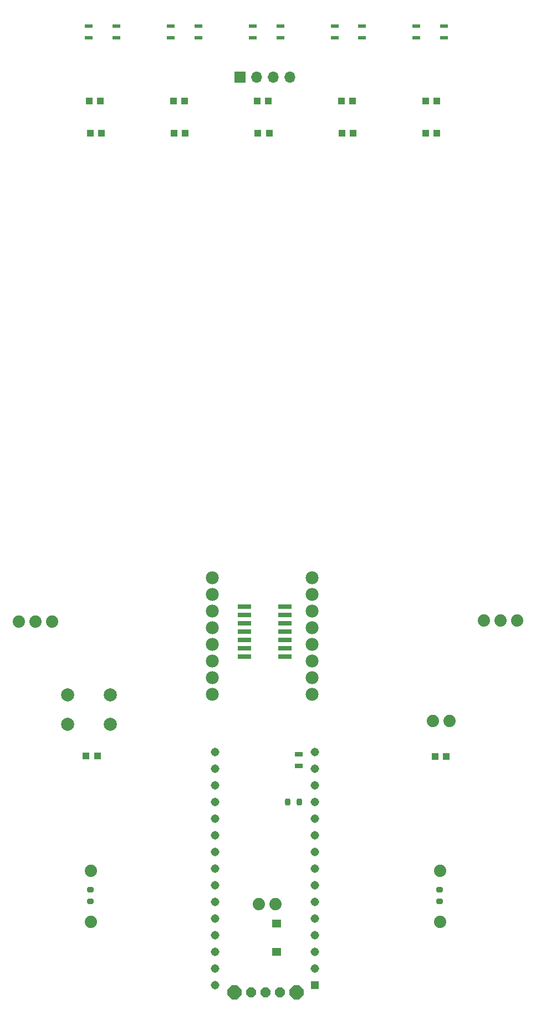
<source format=gbr>
%TF.GenerationSoftware,KiCad,Pcbnew,7.0.7*%
%TF.CreationDate,2024-02-07T22:59:59+08:00*%
%TF.ProjectId,lekirbotv2,6c656b69-7262-46f7-9476-322e6b696361,rev?*%
%TF.SameCoordinates,Original*%
%TF.FileFunction,Copper,L2,Bot*%
%TF.FilePolarity,Positive*%
%FSLAX46Y46*%
G04 Gerber Fmt 4.6, Leading zero omitted, Abs format (unit mm)*
G04 Created by KiCad (PCBNEW 7.0.7) date 2024-02-07 22:59:59*
%MOMM*%
%LPD*%
G01*
G04 APERTURE LIST*
G04 Aperture macros list*
%AMRoundRect*
0 Rectangle with rounded corners*
0 $1 Rounding radius*
0 $2 $3 $4 $5 $6 $7 $8 $9 X,Y pos of 4 corners*
0 Add a 4 corners polygon primitive as box body*
4,1,4,$2,$3,$4,$5,$6,$7,$8,$9,$2,$3,0*
0 Add four circle primitives for the rounded corners*
1,1,$1+$1,$2,$3*
1,1,$1+$1,$4,$5*
1,1,$1+$1,$6,$7*
1,1,$1+$1,$8,$9*
0 Add four rect primitives between the rounded corners*
20,1,$1+$1,$2,$3,$4,$5,0*
20,1,$1+$1,$4,$5,$6,$7,0*
20,1,$1+$1,$6,$7,$8,$9,0*
20,1,$1+$1,$8,$9,$2,$3,0*%
%AMOutline5P*
0 Free polygon, 5 corners , with rotation*
0 The origin of the aperture is its center*
0 number of corners: always 5*
0 $1 to $10 corner X, Y*
0 $11 Rotation angle, in degrees counterclockwise*
0 create outline with 5 corners*
4,1,5,$1,$2,$3,$4,$5,$6,$7,$8,$9,$10,$1,$2,$11*%
%AMOutline6P*
0 Free polygon, 6 corners , with rotation*
0 The origin of the aperture is its center*
0 number of corners: always 6*
0 $1 to $12 corner X, Y*
0 $13 Rotation angle, in degrees counterclockwise*
0 create outline with 6 corners*
4,1,6,$1,$2,$3,$4,$5,$6,$7,$8,$9,$10,$11,$12,$1,$2,$13*%
%AMOutline7P*
0 Free polygon, 7 corners , with rotation*
0 The origin of the aperture is its center*
0 number of corners: always 7*
0 $1 to $14 corner X, Y*
0 $15 Rotation angle, in degrees counterclockwise*
0 create outline with 7 corners*
4,1,7,$1,$2,$3,$4,$5,$6,$7,$8,$9,$10,$11,$12,$13,$14,$1,$2,$15*%
%AMOutline8P*
0 Free polygon, 8 corners , with rotation*
0 The origin of the aperture is its center*
0 number of corners: always 8*
0 $1 to $16 corner X, Y*
0 $17 Rotation angle, in degrees counterclockwise*
0 create outline with 8 corners*
4,1,8,$1,$2,$3,$4,$5,$6,$7,$8,$9,$10,$11,$12,$13,$14,$15,$16,$1,$2,$17*%
G04 Aperture macros list end*
%TA.AperFunction,ComponentPad*%
%ADD10C,1.980000*%
%TD*%
%TA.AperFunction,ComponentPad*%
%ADD11O,1.700000X1.700000*%
%TD*%
%TA.AperFunction,ComponentPad*%
%ADD12R,1.700000X1.700000*%
%TD*%
%TA.AperFunction,ComponentPad*%
%ADD13C,1.879600*%
%TD*%
%TA.AperFunction,ComponentPad*%
%ADD14C,2.000000*%
%TD*%
%TA.AperFunction,ComponentPad*%
%ADD15R,1.308000X1.308000*%
%TD*%
%TA.AperFunction,ComponentPad*%
%ADD16C,1.308000*%
%TD*%
%TA.AperFunction,ComponentPad*%
%ADD17Outline8P,-0.762000X0.315631X-0.315631X0.762000X0.315631X0.762000X0.762000X0.315631X0.762000X-0.315631X0.315631X-0.762000X-0.315631X-0.762000X-0.762000X-0.315631X90.000000*%
%TD*%
%TA.AperFunction,ComponentPad*%
%ADD18Outline8P,-1.066800X0.441883X-0.441883X1.066800X0.441883X1.066800X1.066800X0.441883X1.066800X-0.441883X0.441883X-1.066800X-0.441883X-1.066800X-1.066800X-0.441883X90.000000*%
%TD*%
%TA.AperFunction,SMDPad,CuDef*%
%ADD19R,1.219200X0.533400*%
%TD*%
%TA.AperFunction,SMDPad,CuDef*%
%ADD20R,1.470000X1.270000*%
%TD*%
%TA.AperFunction,SMDPad,CuDef*%
%ADD21R,1.100000X1.000000*%
%TD*%
%TA.AperFunction,SMDPad,CuDef*%
%ADD22R,1.200000X0.800000*%
%TD*%
%TA.AperFunction,SMDPad,CuDef*%
%ADD23RoundRect,0.359360X-0.190640X-0.089840X0.190640X-0.089840X0.190640X0.089840X-0.190640X0.089840X0*%
%TD*%
%TA.AperFunction,SMDPad,CuDef*%
%ADD24RoundRect,0.359360X-0.089840X0.190640X-0.089840X-0.190640X0.089840X-0.190640X0.089840X0.190640X0*%
%TD*%
%TA.AperFunction,SMDPad,CuDef*%
%ADD25R,2.032000X0.660400*%
%TD*%
G04 APERTURE END LIST*
D10*
%TO.P,U1,9,GND*%
%TO.N,GND*%
X99670000Y-140665000D03*
%TO.P,U1,10,PWMB*%
%TO.N,/IO5*%
X99670000Y-138125000D03*
%TO.P,U1,11,BI2*%
%TO.N,Net-(IC3C-O)*%
X99670000Y-135585000D03*
%TO.P,U1,12,BI1*%
%TO.N,/IO3*%
X99670000Y-133045000D03*
%TO.P,U1,13,STBY*%
%TO.N,+5V*%
X99670000Y-130505000D03*
%TO.P,U1,14,AI1*%
%TO.N,/IO2*%
X99670000Y-127965000D03*
%TO.P,U1,15,AI2*%
%TO.N,Net-(IC3A-O)*%
X99670000Y-125425000D03*
%TO.P,U1,16,PWMA*%
%TO.N,/IO6*%
X99670000Y-122885000D03*
%TO.P,U1,1,VM*%
%TO.N,/VIN*%
X84430000Y-122885000D03*
%TO.P,U1,2,VCC*%
%TO.N,+5V*%
X84430000Y-125425000D03*
%TO.P,U1,3,GND*%
%TO.N,GND*%
X84430000Y-127965000D03*
%TO.P,U1,4,A01*%
%TO.N,/A01*%
X84430000Y-130505000D03*
%TO.P,U1,5,A02*%
%TO.N,/A02*%
X84430000Y-133045000D03*
%TO.P,U1,6,B02*%
%TO.N,/B02*%
X84430000Y-135585000D03*
%TO.P,U1,7,B01*%
%TO.N,/B01*%
X84430000Y-138125000D03*
%TO.P,U1,8,GND*%
%TO.N,GND*%
X84430000Y-140665000D03*
%TD*%
D11*
%TO.P,J3,4,Pin_4*%
%TO.N,+5V*%
X96266400Y-46557000D03*
%TO.P,J3,3,Pin_3*%
%TO.N,/AD4*%
X93726400Y-46557000D03*
%TO.P,J3,2,Pin_2*%
%TO.N,/AD5*%
X91186400Y-46557000D03*
D12*
%TO.P,J3,1,Pin_1*%
%TO.N,GND*%
X88646400Y-46557000D03*
%TD*%
D13*
%TO.P,J1,1,1*%
%TO.N,GND*%
X131013600Y-129455251D03*
%TO.P,J1,2,2*%
%TO.N,+5V*%
X128473600Y-129455251D03*
%TO.P,J1,3,3*%
%TO.N,/IO9*%
X125933600Y-129455251D03*
%TD*%
%TO.P,M1A0,1,1*%
%TO.N,/A01*%
X65938400Y-167664551D03*
%TD*%
%TO.P,J2,1,1*%
%TO.N,GND*%
X59995200Y-129633051D03*
%TO.P,J2,2,2*%
%TO.N,+5V*%
X57455200Y-129633051D03*
%TO.P,J2,3,3*%
%TO.N,/IO10*%
X54915200Y-129633051D03*
%TD*%
D14*
%TO.P,SW1,1,1*%
%TO.N,GND*%
X62334400Y-140804851D03*
X68834400Y-140804851D03*
%TO.P,SW1,2,2*%
%TO.N,/IO8*%
X62334400Y-145304851D03*
X68834400Y-145304851D03*
%TD*%
D13*
%TO.P,LDR0,1,1*%
%TO.N,/AD7*%
X118110400Y-144796851D03*
%TO.P,LDR0,2,2*%
%TO.N,+5V*%
X120650400Y-144796851D03*
%TD*%
%TO.P,BATT0,1,1*%
%TO.N,Net-(BATT0-Pad1)*%
X94107400Y-172736851D03*
%TO.P,BATT0,2,2*%
%TO.N,GND*%
X91567400Y-172736851D03*
%TD*%
D15*
%TO.P,ARDUINO_NANO1,1,SCK/D13*%
%TO.N,/IO13*%
X100076400Y-185106851D03*
D16*
%TO.P,ARDUINO_NANO1,2,3V3*%
%TO.N,/+3V3*%
X100076400Y-182566851D03*
%TO.P,ARDUINO_NANO1,3,AREF*%
%TO.N,+5V*%
X100076400Y-180026851D03*
%TO.P,ARDUINO_NANO1,4,ADC0/A0*%
%TO.N,/AD0*%
X100076400Y-177486851D03*
%TO.P,ARDUINO_NANO1,5,ADC1/A1*%
%TO.N,/AD1*%
X100076400Y-174946851D03*
%TO.P,ARDUINO_NANO1,6,ADC2/A2*%
%TO.N,/AD2*%
X100076400Y-172406851D03*
%TO.P,ARDUINO_NANO1,7,ADC3/A3*%
%TO.N,/AD3*%
X100076400Y-169866851D03*
%TO.P,ARDUINO_NANO1,8,ADC4/SDA/A4*%
%TO.N,/AD4*%
X100076400Y-167326851D03*
%TO.P,ARDUINO_NANO1,9,ADC5/SCL/A5*%
%TO.N,/AD5*%
X100076400Y-164786851D03*
%TO.P,ARDUINO_NANO1,10,ADC6/A6*%
%TO.N,/AD6*%
X100076400Y-162246851D03*
%TO.P,ARDUINO_NANO1,11,ADC7/A7*%
%TO.N,/AD7*%
X100076400Y-159706851D03*
%TO.P,ARDUINO_NANO1,12,5V*%
%TO.N,+5V*%
X100076400Y-157166851D03*
%TO.P,ARDUINO_NANO1,13,~{RESET@2}*%
%TO.N,/RESET*%
X100076400Y-154626851D03*
%TO.P,ARDUINO_NANO1,14,GND@2*%
%TO.N,GND*%
X100076400Y-152086851D03*
%TO.P,ARDUINO_NANO1,15,VIN*%
%TO.N,/VIN*%
X100076400Y-149546851D03*
%TO.P,ARDUINO_NANO1,16,D1/TX*%
%TO.N,/IO0*%
X84836400Y-149546851D03*
%TO.P,ARDUINO_NANO1,17,D0/RX*%
%TO.N,/IO1*%
X84836400Y-152086851D03*
%TO.P,ARDUINO_NANO1,18,~{RESET@1}*%
%TO.N,unconnected-(ARDUINO_NANO1-~{RESET@1}-Pad18)*%
X84836400Y-154626851D03*
%TO.P,ARDUINO_NANO1,19,GND@1*%
%TO.N,GND*%
X84836400Y-157166851D03*
%TO.P,ARDUINO_NANO1,20,D2/INT0*%
%TO.N,/IO2*%
X84836400Y-159706851D03*
%TO.P,ARDUINO_NANO1,21,D3/INT1*%
%TO.N,/IO3*%
X84836400Y-162246851D03*
%TO.P,ARDUINO_NANO1,22,D4/T0*%
%TO.N,/IO4*%
X84836400Y-164786851D03*
%TO.P,ARDUINO_NANO1,23,D5/T1*%
%TO.N,/IO5*%
X84836400Y-167326851D03*
%TO.P,ARDUINO_NANO1,24,D6/AIN0*%
%TO.N,/IO6*%
X84836400Y-169866851D03*
%TO.P,ARDUINO_NANO1,25,D7/AIN1*%
%TO.N,/IO7*%
X84836400Y-172406851D03*
%TO.P,ARDUINO_NANO1,26,D8/CLK0*%
%TO.N,/IO8*%
X84836400Y-174946851D03*
%TO.P,ARDUINO_NANO1,27,D9/OC1A*%
%TO.N,/IO9*%
X84836400Y-177486851D03*
%TO.P,ARDUINO_NANO1,28,D10/OC1B/~{SS}*%
%TO.N,/IO10*%
X84836400Y-180026851D03*
%TO.P,ARDUINO_NANO1,29,D11/MOSI*%
%TO.N,/IO11*%
X84836400Y-182566851D03*
%TO.P,ARDUINO_NANO1,30,D12/MISO*%
%TO.N,/IO12*%
X84836400Y-185106851D03*
%TD*%
D17*
%TO.P,S2X0,1,1*%
%TO.N,/VIN*%
X90360900Y-186198851D03*
%TO.P,S2X0,2,2*%
%TO.N,Net-(D7-PadC)*%
X92583400Y-186198851D03*
%TO.P,S2X0,3,3*%
%TO.N,unconnected-(S2X0-Pad3)*%
X94805900Y-186198851D03*
D18*
%TO.P,S2X0,G1*%
%TO.N,N/C*%
X87833400Y-186211351D03*
%TO.P,S2X0,G2*%
X97333400Y-186186351D03*
%TD*%
D13*
%TO.P,M1B0,1,1*%
%TO.N,/A02*%
X65938400Y-175411551D03*
%TD*%
%TO.P,M2A0,1,1*%
%TO.N,/B01*%
X119278400Y-167664551D03*
%TD*%
%TO.P,M2B0,1,1*%
%TO.N,/B02*%
X119278400Y-175411551D03*
%TD*%
D19*
%TO.P,U2,4,E*%
%TO.N,GND*%
X69799600Y-38733800D03*
%TO.P,U2,3,C*%
%TO.N,/AD0*%
X65583200Y-38733800D03*
%TO.P,U2,2,K*%
%TO.N,GND*%
X65583200Y-40511800D03*
%TO.P,U2,1,A*%
%TO.N,Net-(U2-A)*%
X69799600Y-40511800D03*
%TD*%
%TO.P,U6,4,E*%
%TO.N,GND*%
X94831300Y-38733800D03*
%TO.P,U6,3,C*%
%TO.N,/AD2*%
X90614900Y-38733800D03*
%TO.P,U6,2,K*%
%TO.N,GND*%
X90614900Y-40511800D03*
%TO.P,U6,1,A*%
%TO.N,Net-(U6-A)*%
X94831300Y-40511800D03*
%TD*%
%TO.P,U8,4,E*%
%TO.N,GND*%
X119863000Y-38733800D03*
%TO.P,U8,3,C*%
%TO.N,/AD6*%
X115646600Y-38733800D03*
%TO.P,U8,2,K*%
%TO.N,GND*%
X115646600Y-40511800D03*
%TO.P,U8,1,A*%
%TO.N,Net-(U8-A)*%
X119863000Y-40511800D03*
%TD*%
D20*
%TO.P,D7,A,A*%
%TO.N,Net-(BATT0-Pad1)*%
X94234400Y-175675051D03*
%TO.P,D7,C,C*%
%TO.N,Net-(D7-PadC)*%
X94234400Y-179975051D03*
%TD*%
D21*
%TO.P,R17,1,1*%
%TO.N,/IO8*%
X66890400Y-150130851D03*
%TO.P,R17,2,2*%
%TO.N,+5V*%
X65190400Y-150130851D03*
%TD*%
%TO.P,R12,2,2*%
%TO.N,/AD1*%
X78498000Y-50239800D03*
%TO.P,R12,1,1*%
%TO.N,+5V*%
X80198000Y-50239800D03*
%TD*%
D22*
%TO.P,C2,1,1*%
%TO.N,/VIN*%
X97663400Y-149865851D03*
%TO.P,C2,2,2*%
%TO.N,GND*%
X97663400Y-151665851D03*
%TD*%
D23*
%TO.P,C6,1,1*%
%TO.N,/A02*%
X65862200Y-172261951D03*
%TO.P,C6,2,2*%
%TO.N,/A01*%
X65862200Y-170483951D03*
%TD*%
D21*
%TO.P,R16,1,1*%
%TO.N,GND*%
X120205000Y-150190000D03*
%TO.P,R16,2,2*%
%TO.N,/AD7*%
X118505000Y-150190000D03*
%TD*%
%TO.P,R13,2,2*%
%TO.N,+5V*%
X80341100Y-55091200D03*
%TO.P,R13,1,1*%
%TO.N,Net-(U5-A)*%
X78641100Y-55091200D03*
%TD*%
D24*
%TO.P,C1,1,1*%
%TO.N,GND*%
X95936200Y-157090451D03*
%TO.P,C1,2,2*%
%TO.N,+5V*%
X97714200Y-157090451D03*
%TD*%
D19*
%TO.P,U7,4,E*%
%TO.N,GND*%
X107347200Y-38733800D03*
%TO.P,U7,3,C*%
%TO.N,/AD3*%
X103130800Y-38733800D03*
%TO.P,U7,2,K*%
%TO.N,GND*%
X103130800Y-40511800D03*
%TO.P,U7,1,A*%
%TO.N,Net-(U7-A)*%
X107347200Y-40511800D03*
%TD*%
D21*
%TO.P,R11,2,2*%
%TO.N,+5V*%
X93136000Y-55091200D03*
%TO.P,R11,1,1*%
%TO.N,Net-(U6-A)*%
X91436000Y-55091200D03*
%TD*%
D25*
%TO.P,IC3,1,I*%
%TO.N,/IO2*%
X95529800Y-127330000D03*
%TO.P,IC3,2,O*%
%TO.N,Net-(IC3A-O)*%
X95529800Y-128600000D03*
%TO.P,IC3,3,I*%
%TO.N,unconnected-(IC3B-I-Pad3)*%
X95529800Y-129870000D03*
%TO.P,IC3,4,O*%
%TO.N,unconnected-(IC3B-O-Pad4)*%
X95529800Y-131140000D03*
%TO.P,IC3,5,I*%
%TO.N,/IO3*%
X95529800Y-132410000D03*
%TO.P,IC3,6,O*%
%TO.N,Net-(IC3C-O)*%
X95529800Y-133680000D03*
%TO.P,IC3,7,GND*%
%TO.N,GND*%
X95529800Y-134950000D03*
%TO.P,IC3,8,O*%
%TO.N,unconnected-(IC3D-O-Pad8)*%
X89383000Y-134950000D03*
%TO.P,IC3,9,I*%
%TO.N,unconnected-(IC3D-I-Pad9)*%
X89383000Y-133680000D03*
%TO.P,IC3,10,O*%
%TO.N,unconnected-(IC3E-O-Pad10)*%
X89383000Y-132410000D03*
%TO.P,IC3,11,I*%
%TO.N,unconnected-(IC3E-I-Pad11)*%
X89383000Y-131140000D03*
%TO.P,IC3,12,O*%
%TO.N,unconnected-(IC3F-O-Pad12)*%
X89383000Y-129870000D03*
%TO.P,IC3,13,I*%
%TO.N,unconnected-(IC3F-I-Pad13)*%
X89383000Y-128600000D03*
%TO.P,IC3,14,VCC*%
%TO.N,+5V*%
X89383000Y-127330000D03*
%TD*%
D21*
%TO.P,R15,2,2*%
%TO.N,+5V*%
X67546200Y-55091200D03*
%TO.P,R15,1,1*%
%TO.N,Net-(U2-A)*%
X65846200Y-55091200D03*
%TD*%
%TO.P,R10,2,2*%
%TO.N,/AD2*%
X91334400Y-50239800D03*
%TO.P,R10,1,1*%
%TO.N,+5V*%
X93034400Y-50239800D03*
%TD*%
D23*
%TO.P,C7,1,1*%
%TO.N,/B02*%
X119202200Y-172287351D03*
%TO.P,C7,2,2*%
%TO.N,/B01*%
X119202200Y-170509351D03*
%TD*%
D19*
%TO.P,U5,4,E*%
%TO.N,GND*%
X82315500Y-38733800D03*
%TO.P,U5,3,C*%
%TO.N,/AD1*%
X78099100Y-38733800D03*
%TO.P,U5,2,K*%
%TO.N,GND*%
X78099100Y-40511800D03*
%TO.P,U5,1,A*%
%TO.N,Net-(U5-A)*%
X82315500Y-40511800D03*
%TD*%
D21*
%TO.P,R7,2,2*%
%TO.N,+5V*%
X118725800Y-55091200D03*
%TO.P,R7,1,1*%
%TO.N,Net-(U8-A)*%
X117025800Y-55091200D03*
%TD*%
%TO.P,R14,2,2*%
%TO.N,/AD0*%
X65661600Y-50239800D03*
%TO.P,R14,1,1*%
%TO.N,+5V*%
X67361600Y-50239800D03*
%TD*%
%TO.P,R9,2,2*%
%TO.N,+5V*%
X105930900Y-55091200D03*
%TO.P,R9,1,1*%
%TO.N,Net-(U7-A)*%
X104230900Y-55091200D03*
%TD*%
%TO.P,R8,2,2*%
%TO.N,/AD3*%
X104170800Y-50239800D03*
%TO.P,R8,1,1*%
%TO.N,+5V*%
X105870800Y-50239800D03*
%TD*%
%TO.P,R6,2,2*%
%TO.N,/AD6*%
X117007200Y-50239800D03*
%TO.P,R6,1,1*%
%TO.N,+5V*%
X118707200Y-50239800D03*
%TD*%
M02*

</source>
